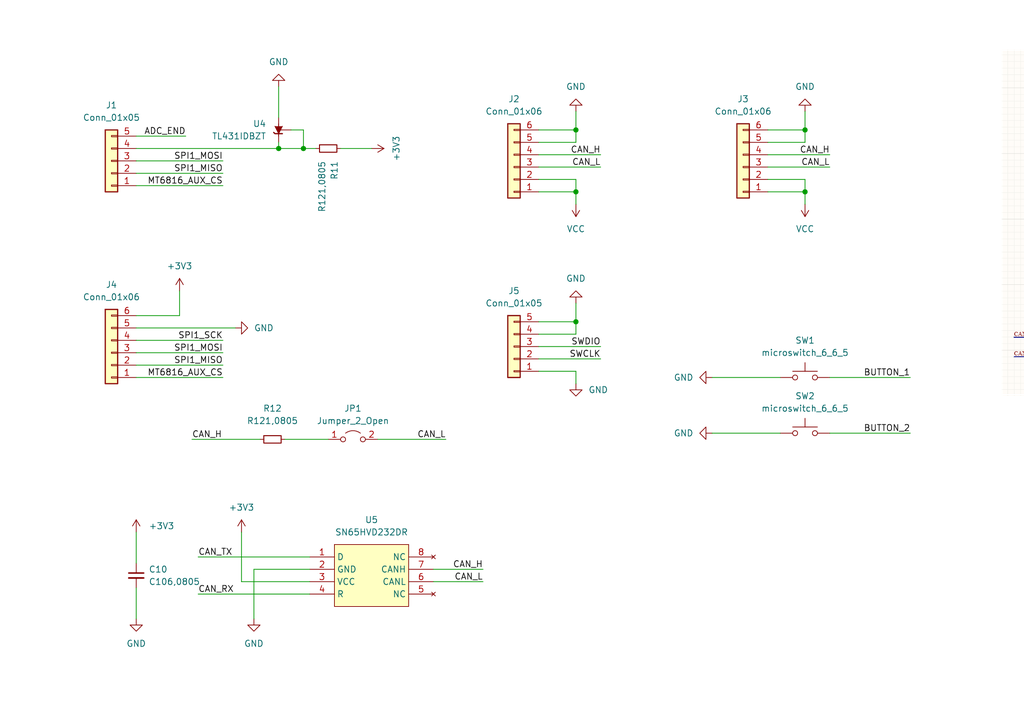
<source format=kicad_sch>
(kicad_sch (version 20211123) (generator eeschema)
  (paper "A5")
  (lib_symbols
    (symbol "Connector_Generic:Conn_01x05" (pin_names (offset 1.016) hide)
      (property "Reference" "J" (at 0 7.62 0))
      (property "Value" "Conn_01x05" (at 0 -7.62 0))
      (symbol "Conn_01x05_1_1"
        (rectangle (start -1.27 -4.953) (end 0 -5.207) (stroke (width 0.1524)))
        (rectangle (start -1.27 -2.413) (end 0 -2.667) (stroke (width 0.1524)))
        (rectangle (start -1.27 0.127) (end 0 -0.127) (stroke (width 0.1524)))
        (rectangle (start -1.27 2.667) (end 0 2.413) (stroke (width 0.1524)))
        (rectangle (start -1.27 5.207) (end 0 4.953) (stroke (width 0.1524)))
        (rectangle (start -1.27 6.35) (end 1.27 -6.35) (stroke (width 0.254)) (fill (type background)))
        (pin passive line (at -5.08 5.08 0) (length 3.81) (name "Pin_1") (number "1"))
        (pin passive line (at -5.08 2.54 0) (length 3.81) (name "Pin_2") (number "2"))
        (pin passive line (at -5.08 0 0) (length 3.81) (name "Pin_3") (number "3"))
        (pin passive line (at -5.08 -2.54 0) (length 3.81) (name "Pin_4") (number "4"))
        (pin passive line (at -5.08 -5.08 0) (length 3.81) (name "Pin_5") (number "5"))
      )
    )
    (symbol "Connector_Generic:Conn_01x06" (pin_names (offset 1.016) hide)
      (property "Reference" "J" (at 0 7.62 0))
      (property "Value" "Conn_01x06" (at 0 -10.16 0))
      (symbol "Conn_01x06_1_1"
        (rectangle (start -1.27 -7.493) (end 0 -7.747) (stroke (width 0.1524)))
        (rectangle (start -1.27 -4.953) (end 0 -5.207) (stroke (width 0.1524)))
        (rectangle (start -1.27 -2.413) (end 0 -2.667) (stroke (width 0.1524)))
        (rectangle (start -1.27 0.127) (end 0 -0.127) (stroke (width 0.1524)))
        (rectangle (start -1.27 2.667) (end 0 2.413) (stroke (width 0.1524)))
        (rectangle (start -1.27 5.207) (end 0 4.953) (stroke (width 0.1524)))
        (rectangle (start -1.27 6.35) (end 1.27 -8.89) (stroke (width 0.254)) (fill (type background)))
        (pin passive line (at -5.08 5.08 0) (length 3.81) (name "Pin_1") (number "1"))
        (pin passive line (at -5.08 2.54 0) (length 3.81) (name "Pin_2") (number "2"))
        (pin passive line (at -5.08 0 0) (length 3.81) (name "Pin_3") (number "3"))
        (pin passive line (at -5.08 -2.54 0) (length 3.81) (name "Pin_4") (number "4"))
        (pin passive line (at -5.08 -5.08 0) (length 3.81) (name "Pin_5") (number "5"))
        (pin passive line (at -5.08 -7.62 0) (length 3.81) (name "Pin_6") (number "6"))
      )
    )
    (symbol "Jumper:Jumper_2_Open" (pin_names (offset 0) hide)
      (property "Reference" "JP" (at 0 2.794 0))
      (property "Value" "Jumper_2_Open" (at 0 -2.286 0))
      (symbol "Jumper_2_Open_0_0"
        (circle (center -2.032 0) (radius 0.508))
        (circle (center 2.032 0) (radius 0.508))
      )
      (symbol "Jumper_2_Open_0_1"
        (arc (start 1.524 1.27) (mid 0 1.778) (end -1.524 1.27))
      )
      (symbol "Jumper_2_Open_1_1"
        (pin passive line (at -5.08 0 0) (length 2.54) (name "A") (number "1"))
        (pin passive line (at 5.08 0 180) (length 2.54) (name "B") (number "2"))
      )
    )
    (symbol "power:+3V3" (power) (pin_names (offset 0))
      (property "Value" "+3V3" (at 0 3.556 0))
      (symbol "+3V3_0_1"
        (polyline (pts (xy -0.762 1.27) (xy 0 2.54)))
        (polyline (pts (xy 0 0) (xy 0 2.54)))
        (polyline (pts (xy 0 2.54) (xy 0.762 1.27)))
      )
      (symbol "+3V3_1_1"
        (pin power_in line (at 0 0 90) (length 0) hide (name "+3V3") (number "1"))
      )
    )
    (symbol "power:GND" (power) (pin_names (offset 0))
      (property "Value" "GND" (at 0 -3.81 0))
      (symbol "GND_0_1"
        (polyline (pts (xy 0 0) (xy 0 -1.27) (xy 1.27 -1.27) (xy 0 -2.54) (xy -1.27 -1.27) (xy 0 -1.27)))
      )
      (symbol "GND_1_1"
        (pin power_in line (at 0 0 270) (length 0) hide (name "GND") (number "1"))
      )
    )
    (symbol "power:VCC" (power) (pin_names (offset 0))
      (property "Value" "VCC" (at 0 3.81 0))
      (symbol "VCC_0_1"
        (polyline (pts (xy -0.762 1.27) (xy 0 2.54)))
        (polyline (pts (xy 0 0) (xy 0 2.54)))
        (polyline (pts (xy 0 2.54) (xy 0.762 1.27)))
      )
      (symbol "VCC_1_1"
        (pin power_in line (at 0 0 90) (length 0) hide (name "VCC") (number "1"))
      )
    )
    (symbol "taobao-c:C106,0805" (pin_numbers hide) (pin_names (offset 0.254) hide)
      (property "Reference" "C" (at 0.254 1.778 0))
      (property "Value" "C106,0805" (at 0.254 -2.032 0))
      (symbol "C106,0805_0_1"
        (polyline (pts (xy -1.524 -0.508) (xy 1.524 -0.508)) (stroke (width 0.3302)))
        (polyline (pts (xy -1.524 0.508) (xy 1.524 0.508)) (stroke (width 0.3048)))
      )
      (symbol "C106,0805_1_1"
        (pin passive line (at 0 2.54 270) (length 2.032) (name "~") (number "1"))
        (pin passive line (at 0 -2.54 90) (length 2.032) (name "~") (number "2"))
      )
    )
    (symbol "taobao-components:SN65HVD232DR"
      (property "Reference" "U" (at 0 -8.89 0))
      (property "Value" "SN65HVD232DR" (at 0 -10.795 0))
      (symbol "SN65HVD232DR_0_0"
        (rectangle (start -7.62 6.35) (end 7.62 -6.35) (fill (type background)))
      )
      (symbol "SN65HVD232DR_1_1"
        (pin input line (at -12.7 3.81 0) (length 5.08) (name "D") (number "1"))
        (pin input line (at -12.7 1.27 0) (length 5.08) (name "GND") (number "2"))
        (pin input line (at -12.7 -1.27 0) (length 5.08) (name "VCC") (number "3"))
        (pin input line (at -12.7 -3.81 0) (length 5.08) (name "R") (number "4"))
        (pin no_connect line (at 12.7 -3.81 180) (length 5.08) (name "NC") (number "5"))
        (pin input line (at 12.7 -1.27 180) (length 5.08) (name "CANL") (number "6"))
        (pin input line (at 12.7 1.27 180) (length 5.08) (name "CANH") (number "7"))
        (pin no_connect line (at 12.7 3.81 180) (length 5.08) (name "NC") (number "8"))
      )
    )
    (symbol "taobao-components:TL431IDBZT" (pin_numbers hide) (pin_names hide)
      (property "Reference" "U" (at -2.54 2.54 0))
      (property "Value" "TL431IDBZT" (at 0 -2.54 0))
      (symbol "TL431IDBZT_0_1"
        (polyline (pts (xy -1.27 0) (xy 0 0) (xy 1.27 0)))
        (polyline (pts (xy -0.762 0.762) (xy 0.762 0) (xy -0.762 -0.762)) (fill (type outline)))
        (polyline (pts (xy 0.508 -1.016) (xy 0.762 -0.762) (xy 0.762 0.762) (xy 0.762 0.762)) (stroke (width 0.254)))
      )
      (symbol "TL431IDBZT_1_1"
        (pin passive line (at 2.54 0 180) (length 2.54) (name "K") (number "1"))
        (pin passive line (at 0 2.54 270) (length 2.54) (name "REF") (number "2"))
        (pin passive line (at -2.54 0 0) (length 2.54) (name "A") (number "3"))
      )
    )
    (symbol "taobao-components:microswitch_6_6_5" (pin_numbers hide) (pin_names (offset 1.016) hide)
      (property "Reference" "SW" (at 1.27 2.54 0))
      (property "Value" "microswitch_6_6_5" (at 0 -1.524 0))
      (symbol "microswitch_6_6_5_0_1"
        (circle (center -2.032 0) (radius 0.508))
        (polyline (pts (xy 0 1.27) (xy 0 3.048)))
        (polyline (pts (xy 2.54 1.27) (xy -2.54 1.27)))
        (circle (center 2.032 0) (radius 0.508))
        (pin passive line (at -5.08 0 0) (length 2.54) (name "1") (number "1"))
        (pin passive line (at 5.08 0 180) (length 2.54) (name "2") (number "2"))
      )
    )
    (symbol "taobao-r:R121,0805" (pin_numbers hide) (pin_names (offset 0.254) hide)
      (property "Reference" "R" (at 0.762 0.508 0))
      (property "Value" "R121,0805" (at 0.762 -1.016 0))
      (symbol "R121,0805_0_1"
        (rectangle (start -0.762 1.778) (end 0.762 -1.778) (stroke (width 0.2032)))
      )
      (symbol "R121,0805_1_1"
        (pin passive line (at 0 2.54 270) (length 0.762) (name "~") (number "1"))
        (pin passive line (at 0 -2.54 90) (length 0.762) (name "~") (number "2"))
      )
    )
  )
  (junction (at 118.11 39.37))
  (junction (at 165.1 26.67))
  (junction (at 57.15 30.48))
  (junction (at 62.23 30.48))
  (junction (at 165.1 39.37))
  (junction (at 118.11 66.04))
  (junction (at 118.11 26.67))
  (wire (pts (xy 77.47 90.17) (xy 91.44 90.17)))
  (wire (pts (xy 110.49 31.75) (xy 123.19 31.75)))
  (wire (pts (xy 88.9 116.84) (xy 99.06 116.84)))
  (wire (pts (xy 40.64 114.3) (xy 63.5 114.3)))
  (wire (pts (xy 146.05 88.9) (xy 160.02 88.9)))
  (wire (pts (xy 118.11 66.04) (xy 110.49 66.04)))
  (wire (pts (xy 27.94 72.39) (xy 45.72 72.39)))
  (wire (pts (xy 165.1 26.67) (xy 157.48 26.67)))
  (wire (pts (xy 165.1 36.83) (xy 165.1 39.37)))
  (wire (pts (xy 118.11 36.83) (xy 118.11 39.37)))
  (wire (pts (xy 62.23 30.48) (xy 57.15 30.48)))
  (wire (pts (xy 118.11 39.37) (xy 118.11 41.91)))
  (wire (pts (xy 27.94 38.1) (xy 45.72 38.1)))
  (wire (pts (xy 64.77 30.48) (xy 62.23 30.48)))
  (wire (pts (xy 40.64 121.92) (xy 63.5 121.92)))
  (wire (pts (xy 27.94 67.31) (xy 48.26 67.31)))
  (wire (pts (xy 157.48 29.21) (xy 165.1 29.21)))
  (wire (pts (xy 170.18 77.47) (xy 186.69 77.47)))
  (wire (pts (xy 157.48 31.75) (xy 170.18 31.75)))
  (wire (pts (xy 88.9 119.38) (xy 99.06 119.38)))
  (wire (pts (xy 59.69 26.67) (xy 62.23 26.67)))
  (wire (pts (xy 157.48 34.29) (xy 170.18 34.29)))
  (wire (pts (xy 52.07 127) (xy 52.07 116.84)))
  (wire (pts (xy 157.48 36.83) (xy 165.1 36.83)))
  (wire (pts (xy 27.94 33.02) (xy 45.72 33.02)))
  (wire (pts (xy 69.85 30.48) (xy 76.2 30.48)))
  (wire (pts (xy 49.53 109.22) (xy 49.53 119.38)))
  (wire (pts (xy 27.94 64.77) (xy 36.83 64.77)))
  (wire (pts (xy 118.11 78.74) (xy 118.11 76.2)))
  (wire (pts (xy 170.18 88.9) (xy 186.69 88.9)))
  (wire (pts (xy 110.49 71.12) (xy 123.19 71.12)))
  (wire (pts (xy 39.37 90.17) (xy 53.34 90.17)))
  (wire (pts (xy 27.94 27.94) (xy 38.1 27.94)))
  (wire (pts (xy 110.49 29.21) (xy 118.11 29.21)))
  (wire (pts (xy 110.49 39.37) (xy 118.11 39.37)))
  (wire (pts (xy 118.11 68.58) (xy 118.11 66.04)))
  (wire (pts (xy 118.11 29.21) (xy 118.11 26.67)))
  (wire (pts (xy 110.49 36.83) (xy 118.11 36.83)))
  (wire (pts (xy 52.07 116.84) (xy 63.5 116.84)))
  (wire (pts (xy 57.15 30.48) (xy 57.15 29.21)))
  (wire (pts (xy 27.94 69.85) (xy 45.72 69.85)))
  (wire (pts (xy 110.49 73.66) (xy 123.19 73.66)))
  (wire (pts (xy 165.1 29.21) (xy 165.1 26.67)))
  (wire (pts (xy 165.1 22.86) (xy 165.1 26.67)))
  (wire (pts (xy 110.49 34.29) (xy 123.19 34.29)))
  (wire (pts (xy 49.53 119.38) (xy 63.5 119.38)))
  (wire (pts (xy 62.23 26.67) (xy 62.23 30.48)))
  (wire (pts (xy 118.11 26.67) (xy 110.49 26.67)))
  (wire (pts (xy 146.05 77.47) (xy 160.02 77.47)))
  (wire (pts (xy 58.42 90.17) (xy 67.31 90.17)))
  (wire (pts (xy 27.94 120.65) (xy 27.94 127)))
  (wire (pts (xy 27.94 109.22) (xy 27.94 115.57)))
  (wire (pts (xy 27.94 30.48) (xy 57.15 30.48)))
  (wire (pts (xy 165.1 39.37) (xy 165.1 41.91)))
  (wire (pts (xy 27.94 74.93) (xy 45.72 74.93)))
  (wire (pts (xy 57.15 17.78) (xy 57.15 24.13)))
  (wire (pts (xy 157.48 39.37) (xy 165.1 39.37)))
  (wire (pts (xy 27.94 35.56) (xy 45.72 35.56)))
  (wire (pts (xy 27.94 77.47) (xy 45.72 77.47)))
  (wire (pts (xy 118.11 22.86) (xy 118.11 26.67)))
  (wire (pts (xy 118.11 62.23) (xy 118.11 66.04)))
  (wire (pts (xy 118.11 76.2) (xy 110.49 76.2)))
  (wire (pts (xy 110.49 68.58) (xy 118.11 68.58)))
  (wire (pts (xy 36.83 64.77) (xy 36.83 59.69)))
  (image (at 242.57 45.72))
  (label "ADC_END" (at 38.1 27.94 180))
  (label "CAN_H" (at 39.37 90.17 0))
  (label "CAN_L" (at 170.18 34.29 180))
  (label "CAN_TX" (at 40.64 114.3 0))
  (label "SPI1_SCK" (at 45.72 69.85 180))
  (label "CAN_H" (at 170.18 31.75 180))
  (label "CAN_RX" (at 40.64 121.92 0))
  (label "SWDIO" (at 123.19 71.12 180))
  (label "SWCLK" (at 123.19 73.66 180))
  (label "BUTTON_2" (at 186.69 88.9 180))
  (label "SPI1_MISO" (at 45.72 35.56 180))
  (label "BUTTON_1" (at 186.69 77.47 180))
  (label "MT6816_AUX_CS" (at 45.72 38.1 180))
  (label "SPI1_MISO" (at 45.72 74.93 180))
  (label "CAN_H" (at 99.06 116.84 180))
  (label "CAN_H" (at 123.19 31.75 180))
  (label "SPI1_MOSI" (at 45.72 33.02 180))
  (label "MT6816_AUX_CS" (at 45.72 77.47 180))
  (label "SPI1_MOSI" (at 45.72 72.39 180))
  (label "CAN_L" (at 123.19 34.29 180))
  (label "CAN_L" (at 99.06 119.38 180))
  (label "CAN_L" (at 91.44 90.17 180))
  (symbol (lib_id "power:GND") (at 27.94 127 0) (unit 1)
    (property "Reference" "#PWR?" (effects hide))
    (property "Value" "GND" (at 27.94 132.08 0))
  )
  (symbol (lib_id "taobao-components:SN65HVD232DR") (at 76.2 118.11 0) (unit 1)
    (property "Reference" "U5" (at 76.2 106.68 0))
    (property "Value" "SN65HVD232DR" (at 76.2 109.22 0))
    (property "Footprint" "Package_SO:SOIC-8-1EP_3.9x4.9mm_P1.27mm_EP2.29x3mm" (effects hide))
    (property "Datasheet" "https://www.ti.com/lit/gpn/sn65hvd232" (effects hide))
    (property "price" "4.00" (effects hide))
    (property "taobao" "https://item.taobao.com/item.htm?spm=a230r.1.14.13.7f9b6bd4RRIrv0&id=608651245346&ns=1&abbucket=19#detail" (effects hide))
  )
  (symbol (lib_id "power:+3V3") (at 76.2 30.48 270) (unit 1)
    (property "Reference" "#PWR?" (effects hide))
    (property "Value" "+3V3" (at 81.28 30.48 0))
  )
  (symbol (lib_id "power:+3V3") (at 49.53 109.22 0) (unit 1)
    (property "Reference" "#PWR?" (effects hide))
    (property "Value" "+3V3" (at 49.53 104.14 0))
  )
  (symbol (lib_id "Connector_Generic:Conn_01x06") (at 105.41 34.29 180) (unit 1)
    (property "Reference" "J2" (at 105.41 20.32 0))
    (property "Value" "Conn_01x06" (at 105.41 22.86 0))
  )
  (symbol (lib_id "power:GND") (at 48.26 67.31 90) (unit 1)
    (property "Reference" "#PWR?" (effects hide))
    (property "Value" "GND" (at 52.07 67.3099 90) (effects (justify right)))
  )
  (symbol (lib_id "Jumper:Jumper_2_Open") (at 72.39 90.17 0) (unit 1)
    (property "Reference" "JP1" (at 72.39 83.82 0))
    (property "Value" "Jumper_2_Open" (at 72.39 86.36 0))
  )
  (symbol (lib_id "power:GND") (at 118.11 78.74 0) (unit 1)
    (property "Reference" "#PWR?" (effects hide))
    (property "Value" "GND" (at 120.65 80.0099 0) (effects (justify left)))
  )
  (symbol (lib_id "power:GND") (at 57.15 17.78 180) (unit 1)
    (property "Reference" "#PWR?" (effects hide))
    (property "Value" "GND" (at 57.15 12.7 0))
  )
  (symbol (lib_id "Connector_Generic:Conn_01x05") (at 105.41 71.12 180) (unit 1)
    (property "Reference" "J5" (at 105.41 59.69 0))
    (property "Value" "Conn_01x05" (at 105.41 62.23 0))
  )
  (symbol (lib_id "power:GND") (at 118.11 22.86 180) (unit 1)
    (property "Reference" "#PWR?" (effects hide))
    (property "Value" "GND" (at 118.11 17.78 0))
  )
  (symbol (lib_id "power:VCC") (at 118.11 41.91 180) (unit 1)
    (property "Reference" "#PWR?" (effects hide))
    (property "Value" "VCC" (at 118.11 46.99 0))
  )
  (symbol (lib_id "Connector_Generic:Conn_01x05") (at 22.86 33.02 180) (unit 1)
    (property "Reference" "J1" (at 22.86 21.59 0))
    (property "Value" "Conn_01x05" (at 22.86 24.13 0))
  )
  (symbol (lib_id "Connector_Generic:Conn_01x06") (at 22.86 72.39 180) (unit 1)
    (property "Reference" "J4" (at 22.86 58.42 0))
    (property "Value" "Conn_01x06" (at 22.86 60.96 0))
  )
  (symbol (lib_id "Connector_Generic:Conn_01x06") (at 152.4 34.29 180) (unit 1)
    (property "Reference" "J3" (at 152.4 20.32 0))
    (property "Value" "Conn_01x06" (at 152.4 22.86 0))
  )
  (symbol (lib_id "taobao-components:microswitch_6_6_5") (at 165.1 88.9 0) (unit 1)
    (property "Reference" "SW2" (at 165.1 81.28 0))
    (property "Value" "microswitch_6_6_5" (at 165.1 83.82 0))
    (property "Footprint" "footprint-lib:microswitch_6_6_5" (effects hide))
  )
  (symbol (lib_id "taobao-r:R121,0805") (at 67.31 30.48 270) (unit 1)
    (property "Reference" "R11" (at 68.5801 33.02 0) (effects (justify left)))
    (property "Value" "R121,0805" (at 66.0401 33.02 0) (effects (justify left)))
    (property "Footprint" "Resistor_SMD:R_0805_2012Metric_Pad1.15x1.40mm_HandSolder" (effects hide))
  )
  (symbol (lib_id "taobao-components:microswitch_6_6_5") (at 165.1 77.47 0) (unit 1)
    (property "Reference" "SW1" (at 165.1 69.85 0))
    (property "Value" "microswitch_6_6_5" (at 165.1 72.39 0))
    (property "Footprint" "footprint-lib:microswitch_6_6_5" (effects hide))
  )
  (symbol (lib_id "taobao-r:R121,0805") (at 55.88 90.17 90) (unit 1)
    (property "Reference" "R12" (at 55.88 83.82 90))
    (property "Value" "R121,0805" (at 55.88 86.36 90))
    (property "Footprint" "Resistor_SMD:R_0805_2012Metric_Pad1.15x1.40mm_HandSolder" (effects hide))
  )
  (symbol (lib_id "power:GND") (at 52.07 127 0) (unit 1)
    (property "Reference" "#PWR?" (effects hide))
    (property "Value" "GND" (at 52.07 132.08 0))
  )
  (symbol (lib_id "power:GND") (at 118.11 62.23 180) (unit 1)
    (property "Reference" "#PWR?" (effects hide))
    (property "Value" "GND" (at 118.11 57.15 0))
  )
  (symbol (lib_id "power:+3V3") (at 27.94 109.22 0) (unit 1)
    (property "Reference" "#PWR?" (effects hide))
    (property "Value" "+3V3" (at 30.48 107.9499 0) (effects (justify left)))
  )
  (symbol (lib_id "power:GND") (at 146.05 88.9 270) (unit 1)
    (property "Reference" "#PWR?" (effects hide))
    (property "Value" "GND" (at 142.24 88.8999 90) (effects (justify right)))
  )
  (symbol (lib_id "power:GND") (at 146.05 77.47 270) (unit 1)
    (property "Reference" "#PWR?" (effects hide))
    (property "Value" "GND" (at 142.24 77.4699 90) (effects (justify right)))
  )
  (symbol (lib_id "power:GND") (at 165.1 22.86 180) (unit 1)
    (property "Reference" "#PWR?" (effects hide))
    (property "Value" "GND" (at 165.1 17.78 0))
  )
  (symbol (lib_id "taobao-components:TL431IDBZT") (at 57.15 26.67 270) (unit 1)
    (property "Reference" "U4" (at 54.61 25.3999 90) (effects (justify right)))
    (property "Value" "TL431IDBZT" (at 54.61 27.9399 90) (effects (justify right)))
    (property "Footprint" "Package_TO_SOT_SMD:SOT-23" (effects hide))
    (property "Datasheet" "http://www.ti.com/lit/ds/symlink/tl431.pdf" (effects hide))
  )
  (symbol (lib_id "power:+3V3") (at 36.83 59.69 0) (unit 1)
    (property "Reference" "#PWR?" (effects hide))
    (property "Value" "+3V3" (at 36.83 54.61 0))
  )
  (symbol (lib_id "taobao-c:C106,0805") (at 27.94 118.11 0) (unit 1)
    (property "Reference" "C10" (at 30.48 116.8462 0) (effects (justify left)))
    (property "Value" "C106,0805" (at 30.48 119.3862 0) (effects (justify left)))
    (property "Footprint" "Capacitor_SMD:C_0805_2012Metric_Pad1.15x1.40mm_HandSolder" (effects hide))
  )
  (symbol (lib_id "power:VCC") (at 165.1 41.91 180) (unit 1)
    (property "Reference" "#PWR?" (effects hide))
    (property "Value" "VCC" (at 165.1 46.99 0))
  )
)
</source>
